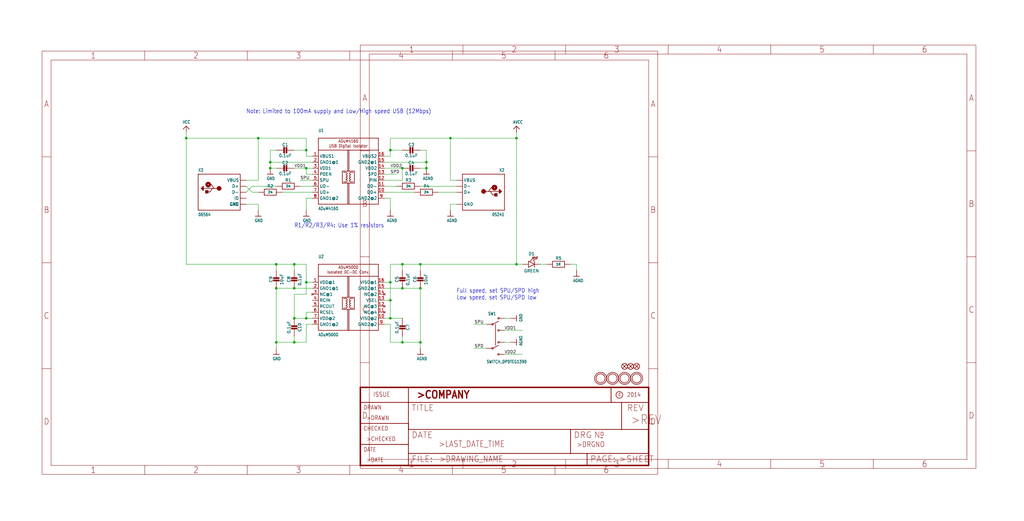
<source format=kicad_sch>
(kicad_sch (version 20211123) (generator eeschema)
  (paper "User" 433.07 220.421)
  (lib_symbols
    (symbol "eagleSchem-eagle-import:ADUM4160"
      (property "Reference" "U" (at -12.7 17.78 0))
      (property "Value" "ADUM4160" (at -12.7 -15.24 0))
      (symbol "ADUM4160_1_0"
        (arc (start -1.016 -3.302) (mid -0.6568 -3.1532) (end -0.508 -2.794) (stroke (width 0.254)))
        (arc (start -1.016 -2.286) (mid -0.6568 -2.1372) (end -0.508 -1.778) (stroke (width 0.254)))
        (arc (start -1.016 -1.27) (mid -0.6568 -1.1212) (end -0.508 -0.762) (stroke (width 0.254)))
        (arc (start -1.016 -0.254) (mid -0.6568 -0.1052) (end -0.508 0.254) (stroke (width 0.254)))
        (arc (start -0.508 -2.794) (mid -0.6568 -2.4348) (end -1.016 -2.286) (stroke (width 0.254)))
        (arc (start -0.508 -1.778) (mid -0.6568 -1.4188) (end -1.016 -1.27) (stroke (width 0.254)))
        (arc (start -0.508 -0.762) (mid -0.6568 -0.4028) (end -1.016 -0.254) (stroke (width 0.254)))
        (arc (start -0.508 0.254) (mid -0.6568 0.6132) (end -1.016 0.762) (stroke (width 0.254)))
        (polyline (pts (xy -12.7 -12.7) (xy -12.7 10.16)) (stroke (width 0.254)))
        (polyline (pts (xy -12.7 10.16) (xy -12.7 15.24)) (stroke (width 0.254)))
        (polyline (pts (xy -12.7 10.16) (xy -0.254 10.16)) (stroke (width 0.254)))
        (polyline (pts (xy -12.7 15.24) (xy 12.7 15.24)) (stroke (width 0.254)))
        (polyline (pts (xy -2.54 -3.81) (xy -2.54 1.27)) (stroke (width 0.254)))
        (polyline (pts (xy -2.54 1.27) (xy -0.254 1.27)) (stroke (width 0.254)))
        (polyline (pts (xy -2.032 0.762) (xy -1.016 0.762)) (stroke (width 0.254)))
        (polyline (pts (xy -1.016 -3.302) (xy -2.032 -3.302)) (stroke (width 0.254)))
        (polyline (pts (xy -0.254 -12.7) (xy -12.7 -12.7)) (stroke (width 0.254)))
        (polyline (pts (xy -0.254 -3.81) (xy -2.54 -3.81)) (stroke (width 0.254)))
        (polyline (pts (xy -0.254 -3.81) (xy -0.254 -12.7)) (stroke (width 0.254)))
        (polyline (pts (xy -0.254 1.27) (xy 0.254 1.27)) (stroke (width 0.254)))
        (polyline (pts (xy -0.254 10.16) (xy -0.254 1.27)) (stroke (width 0.254)))
        (polyline (pts (xy -0.254 10.16) (xy 0.254 10.16)) (stroke (width 0.254)))
        (polyline (pts (xy 0.254 -12.7) (xy -0.254 -12.7)) (stroke (width 0.254)))
        (polyline (pts (xy 0.254 -3.81) (xy -0.254 -3.81)) (stroke (width 0.254)))
        (polyline (pts (xy 0.254 -3.81) (xy 0.254 -12.7)) (stroke (width 0.254)))
        (polyline (pts (xy 0.254 1.27) (xy 2.54 1.27)) (stroke (width 0.254)))
        (polyline (pts (xy 0.254 10.16) (xy 0.254 1.27)) (stroke (width 0.254)))
        (polyline (pts (xy 0.254 10.16) (xy 12.7 10.16)) (stroke (width 0.254)))
        (polyline (pts (xy 1.016 0.762) (xy 2.032 0.762)) (stroke (width 0.254)))
        (polyline (pts (xy 2.032 -3.302) (xy 1.016 -3.302)) (stroke (width 0.254)))
        (polyline (pts (xy 2.54 -3.81) (xy 0.254 -3.81)) (stroke (width 0.254)))
        (polyline (pts (xy 2.54 1.27) (xy 2.54 -3.81)) (stroke (width 0.254)))
        (polyline (pts (xy 12.7 -12.7) (xy 0.254 -12.7)) (stroke (width 0.254)))
        (polyline (pts (xy 12.7 10.16) (xy 12.7 -12.7)) (stroke (width 0.254)))
        (polyline (pts (xy 12.7 15.24) (xy 12.7 10.16)) (stroke (width 0.254)))
        (arc (start 0.508 -2.794) (mid 0.6568 -3.1532) (end 1.016 -3.302) (stroke (width 0.254)))
        (arc (start 0.508 -1.778) (mid 0.6568 -2.1372) (end 1.016 -2.286) (stroke (width 0.254)))
        (arc (start 0.508 -0.762) (mid 0.6568 -1.1212) (end 1.016 -1.27) (stroke (width 0.254)))
        (arc (start 0.508 0.254) (mid 0.6568 -0.1052) (end 1.016 -0.254) (stroke (width 0.254)))
        (arc (start 1.016 -2.286) (mid 0.6568 -2.4348) (end 0.508 -2.794) (stroke (width 0.254)))
        (arc (start 1.016 -1.27) (mid 0.6568 -1.4188) (end 0.508 -1.778) (stroke (width 0.254)))
        (arc (start 1.016 -0.254) (mid 0.6568 -0.4028) (end 0.508 -0.762) (stroke (width 0.254)))
        (arc (start 1.016 0.762) (mid 0.6568 0.6132) (end 0.508 0.254) (stroke (width 0.254)))
        (text "ADuM4160" (at 0 13.97 0) (effects (font (size 1.27 1.0795))))
        (text "USB Digital Isolator" (at 0 11.938 0) (effects (font (size 1.27 1.0795))))
        (pin power_in line (at -15.24 7.62 0) (length 2.54) (name "VBUS1") (number "1"))
        (pin bidirectional line (at 15.24 -7.62 180) (length 2.54) (name "DD+") (number "10"))
        (pin bidirectional line (at 15.24 -5.08 180) (length 2.54) (name "DD-") (number "11"))
        (pin input line (at 15.24 -2.54 180) (length 2.54) (name "PIN") (number "12"))
        (pin input line (at 15.24 0 180) (length 2.54) (name "SPD") (number "13"))
        (pin power_in line (at 15.24 2.54 180) (length 2.54) (name "VDD2") (number "14"))
        (pin power_in line (at 15.24 5.08 180) (length 2.54) (name "GND2@1") (number "15"))
        (pin power_in line (at 15.24 7.62 180) (length 2.54) (name "VBUS2") (number "16"))
        (pin power_in line (at -15.24 5.08 0) (length 2.54) (name "GND1@1") (number "2"))
        (pin power_in line (at -15.24 2.54 0) (length 2.54) (name "VDD1") (number "3"))
        (pin input line (at -15.24 0 0) (length 2.54) (name "PDEN") (number "4"))
        (pin input line (at -15.24 -2.54 0) (length 2.54) (name "SPU") (number "5"))
        (pin bidirectional line (at -15.24 -5.08 0) (length 2.54) (name "UD-") (number "6"))
        (pin bidirectional line (at -15.24 -7.62 0) (length 2.54) (name "UD+") (number "7"))
        (pin power_in line (at -15.24 -10.16 0) (length 2.54) (name "GND1@2") (number "8"))
        (pin power_in line (at 15.24 -10.16 180) (length 2.54) (name "GND2@2") (number "9"))
      )
    )
    (symbol "eagleSchem-eagle-import:ADUM5000"
      (property "Reference" "U" (at -12.7 17.78 0))
      (property "Value" "ADUM5000" (at -12.7 -15.24 0))
      (symbol "ADUM5000_1_0"
        (arc (start -1.016 -3.302) (mid -0.6568 -3.1532) (end -0.508 -2.794) (stroke (width 0.254)))
        (arc (start -1.016 -2.286) (mid -0.6568 -2.1372) (end -0.508 -1.778) (stroke (width 0.254)))
        (arc (start -1.016 -1.27) (mid -0.6568 -1.1212) (end -0.508 -0.762) (stroke (width 0.254)))
        (arc (start -1.016 -0.254) (mid -0.6568 -0.1052) (end -0.508 0.254) (stroke (width 0.254)))
        (arc (start -0.508 -2.794) (mid -0.6568 -2.4348) (end -1.016 -2.286) (stroke (width 0.254)))
        (arc (start -0.508 -1.778) (mid -0.6568 -1.4188) (end -1.016 -1.27) (stroke (width 0.254)))
        (arc (start -0.508 -0.762) (mid -0.6568 -0.4028) (end -1.016 -0.254) (stroke (width 0.254)))
        (arc (start -0.508 0.254) (mid -0.6568 0.6132) (end -1.016 0.762) (stroke (width 0.254)))
        (polyline (pts (xy -12.7 -12.7) (xy -12.7 10.16)) (stroke (width 0.254)))
        (polyline (pts (xy -12.7 10.16) (xy -12.7 15.24)) (stroke (width 0.254)))
        (polyline (pts (xy -12.7 10.16) (xy -0.254 10.16)) (stroke (width 0.254)))
        (polyline (pts (xy -12.7 15.24) (xy 12.7 15.24)) (stroke (width 0.254)))
        (polyline (pts (xy -2.54 -3.81) (xy -2.54 1.27)) (stroke (width 0.254)))
        (polyline (pts (xy -2.54 1.27) (xy -0.254 1.27)) (stroke (width 0.254)))
        (polyline (pts (xy -2.032 0.762) (xy -1.016 0.762)) (stroke (width 0.254)))
        (polyline (pts (xy -1.016 -3.302) (xy -2.032 -3.302)) (stroke (width 0.254)))
        (polyline (pts (xy -0.254 -12.7) (xy -12.7 -12.7)) (stroke (width 0.254)))
        (polyline (pts (xy -0.254 -3.81) (xy -2.54 -3.81)) (stroke (width 0.254)))
        (polyline (pts (xy -0.254 -3.81) (xy -0.254 -12.7)) (stroke (width 0.254)))
        (polyline (pts (xy -0.254 1.27) (xy 0.254 1.27)) (stroke (width 0.254)))
        (polyline (pts (xy -0.254 10.16) (xy -0.254 1.27)) (stroke (width 0.254)))
        (polyline (pts (xy -0.254 10.16) (xy 0.254 10.16)) (stroke (width 0.254)))
        (polyline (pts (xy 0.254 -12.7) (xy -0.254 -12.7)) (stroke (width 0.254)))
        (polyline (pts (xy 0.254 -3.81) (xy -0.254 -3.81)) (stroke (width 0.254)))
        (polyline (pts (xy 0.254 -3.81) (xy 0.254 -12.7)) (stroke (width 0.254)))
        (polyline (pts (xy 0.254 1.27) (xy 2.54 1.27)) (stroke (width 0.254)))
        (polyline (pts (xy 0.254 10.16) (xy 0.254 1.27)) (stroke (width 0.254)))
        (polyline (pts (xy 0.254 10.16) (xy 12.7 10.16)) (stroke (width 0.254)))
        (polyline (pts (xy 1.016 0.762) (xy 2.032 0.762)) (stroke (width 0.254)))
        (polyline (pts (xy 2.032 -3.302) (xy 1.016 -3.302)) (stroke (width 0.254)))
        (polyline (pts (xy 2.54 -3.81) (xy 0.254 -3.81)) (stroke (width 0.254)))
        (polyline (pts (xy 2.54 1.27) (xy 2.54 -3.81)) (stroke (width 0.254)))
        (polyline (pts (xy 12.7 -12.7) (xy 0.254 -12.7)) (stroke (width 0.254)))
        (polyline (pts (xy 12.7 10.16) (xy 12.7 -12.7)) (stroke (width 0.254)))
        (polyline (pts (xy 12.7 15.24) (xy 12.7 10.16)) (stroke (width 0.254)))
        (arc (start 0.508 -2.794) (mid 0.6568 -3.1532) (end 1.016 -3.302) (stroke (width 0.254)))
        (arc (start 0.508 -1.778) (mid 0.6568 -2.1372) (end 1.016 -2.286) (stroke (width 0.254)))
        (arc (start 0.508 -0.762) (mid 0.6568 -1.1212) (end 1.016 -1.27) (stroke (width 0.254)))
        (arc (start 0.508 0.254) (mid 0.6568 -0.1052) (end 1.016 -0.254) (stroke (width 0.254)))
        (arc (start 1.016 -2.286) (mid 0.6568 -2.4348) (end 0.508 -2.794) (stroke (width 0.254)))
        (arc (start 1.016 -1.27) (mid 0.6568 -1.4188) (end 0.508 -1.778) (stroke (width 0.254)))
        (arc (start 1.016 -0.254) (mid 0.6568 -0.4028) (end 0.508 -0.762) (stroke (width 0.254)))
        (arc (start 1.016 0.762) (mid 0.6568 0.6132) (end 0.508 0.254) (stroke (width 0.254)))
        (text "ADuM5000" (at 0 13.97 0) (effects (font (size 1.27 1.0795))))
        (text "Isolated DC-DC Conv." (at 0 11.938 0) (effects (font (size 1.27 1.0795))))
        (pin power_in line (at -15.24 7.62 0) (length 2.54) (name "VDD@1") (number "1"))
        (pin bidirectional line (at 15.24 -7.62 180) (length 2.54) (name "VISO@2") (number "10"))
        (pin no_connect line (at 15.24 -5.08 180) (length 2.54) (name "NC@4") (number "11"))
        (pin no_connect line (at 15.24 -2.54 180) (length 2.54) (name "NC@3") (number "12"))
        (pin input line (at 15.24 0 180) (length 2.54) (name "VSEL") (number "13"))
        (pin no_connect line (at 15.24 2.54 180) (length 2.54) (name "NC@2") (number "14"))
        (pin power_in line (at 15.24 5.08 180) (length 2.54) (name "GND2@1") (number "15"))
        (pin power_in line (at 15.24 7.62 180) (length 2.54) (name "VISO@1") (number "16"))
        (pin power_in line (at -15.24 5.08 0) (length 2.54) (name "GND1@1") (number "2"))
        (pin no_connect line (at -15.24 2.54 0) (length 2.54) (name "NC@1") (number "3"))
        (pin input line (at -15.24 0 0) (length 2.54) (name "RCIN") (number "4"))
        (pin output line (at -15.24 -2.54 0) (length 2.54) (name "RCOUT") (number "5"))
        (pin input line (at -15.24 -5.08 0) (length 2.54) (name "RCSEL") (number "6"))
        (pin bidirectional line (at -15.24 -7.62 0) (length 2.54) (name "VDD@2") (number "7"))
        (pin power_in line (at -15.24 -10.16 0) (length 2.54) (name "GND1@2") (number "8"))
        (pin power_in line (at 15.24 -10.16 180) (length 2.54) (name "GND2@2") (number "9"))
      )
    )
    (symbol "eagleSchem-eagle-import:AGND" (power)
      (property "Value" "AGND" (at -1.524 -2.54 0))
      (symbol "AGND_1_0"
        (polyline (pts (xy -1.27 0) (xy 1.27 0)) (stroke (width 0.254)))
        (pin power_in line (at 0 2.54 270) (length 2.54) (name "AGND") (number "1"))
      )
    )
    (symbol "eagleSchem-eagle-import:AVCC" (power)
      (property "Value" "AVCC" (at -1.524 1.016 0))
      (symbol "AVCC_1_0"
        (polyline (pts (xy -1.27 -1.27) (xy 0 0)) (stroke (width 0.254)))
        (polyline (pts (xy 0 0) (xy 1.27 -1.27)) (stroke (width 0.254)))
        (pin power_in line (at 0 -2.54 90) (length 2.54) (name "AVCC") (number "1"))
      )
    )
    (symbol "eagleSchem-eagle-import:CAP_CERAMIC0805-NOOUTLINE"
      (property "Reference" "C" (at -2.29 1.25 90))
      (property "Value" "CAP_CERAMIC0805-NOOUTLINE" (at 2.3 1.25 90))
      (symbol "CAP_CERAMIC0805-NOOUTLINE_1_0"
        (rectangle (start -1.27 0.508) (end 1.27 1.016) (fill (type outline)))
        (rectangle (start -1.27 1.524) (end 1.27 2.032) (fill (type outline)))
        (polyline (pts (xy 0 0.762) (xy 0 0)) (stroke (width 0.1524)))
        (polyline (pts (xy 0 2.54) (xy 0 1.778)) (stroke (width 0.1524)))
        (pin passive line (at 0 5.08 270) (length 2.54) (name "1") (number "1"))
        (pin passive line (at 0 -2.54 90) (length 2.54) (name "2") (number "2"))
      )
    )
    (symbol "eagleSchem-eagle-import:FIDUCIAL{dblquote}{dblquote}"
      (symbol "FIDUCIAL{dblquote}{dblquote}_1_0"
        (polyline (pts (xy -0.762 0.762) (xy 0.762 -0.762)) (stroke (width 0.254)))
        (polyline (pts (xy 0.762 0.762) (xy -0.762 -0.762)) (stroke (width 0.254)))
        (circle (center 0 0) (radius 1.27) (stroke (width 0.254)))
      )
    )
    (symbol "eagleSchem-eagle-import:FRAME_A4"
      (symbol "FRAME_A4_0_0"
        (polyline (pts (xy 0 44.7675) (xy 3.81 44.7675)))
        (polyline (pts (xy 0 89.535) (xy 3.81 89.535)))
        (polyline (pts (xy 0 134.3025) (xy 3.81 134.3025)))
        (polyline (pts (xy 3.81 3.81) (xy 3.81 175.26)))
        (polyline (pts (xy 43.3917 0) (xy 43.3917 3.81)))
        (polyline (pts (xy 43.3917 175.26) (xy 43.3917 179.07)))
        (polyline (pts (xy 86.7833 0) (xy 86.7833 3.81)))
        (polyline (pts (xy 86.7833 175.26) (xy 86.7833 179.07)))
        (polyline (pts (xy 130.175 0) (xy 130.175 3.81)))
        (polyline (pts (xy 130.175 175.26) (xy 130.175 179.07)))
        (polyline (pts (xy 173.5667 0) (xy 173.5667 3.81)))
        (polyline (pts (xy 173.5667 175.26) (xy 173.5667 179.07)))
        (polyline (pts (xy 216.9583 0) (xy 216.9583 3.81)))
        (polyline (pts (xy 216.9583 175.26) (xy 216.9583 179.07)))
        (polyline (pts (xy 256.54 3.81) (xy 3.81 3.81)))
        (polyline (pts (xy 256.54 3.81) (xy 256.54 175.26)))
        (polyline (pts (xy 256.54 44.7675) (xy 260.35 44.7675)))
        (polyline (pts (xy 256.54 89.535) (xy 260.35 89.535)))
        (polyline (pts (xy 256.54 134.3025) (xy 260.35 134.3025)))
        (polyline (pts (xy 256.54 175.26) (xy 3.81 175.26)))
        (polyline (pts (xy 0 0) (xy 260.35 0) (xy 260.35 179.07) (xy 0 179.07) (xy 0 0)))
        (text "1" (at 21.6958 1.905 0) (effects (font (size 2.54 2.286))))
        (text "1" (at 21.6958 177.165 0) (effects (font (size 2.54 2.286))))
        (text "2" (at 65.0875 1.905 0) (effects (font (size 2.54 2.286))))
        (text "2" (at 65.0875 177.165 0) (effects (font (size 2.54 2.286))))
        (text "3" (at 108.4792 1.905 0) (effects (font (size 2.54 2.286))))
        (text "3" (at 108.4792 177.165 0) (effects (font (size 2.54 2.286))))
        (text "4" (at 151.8708 1.905 0) (effects (font (size 2.54 2.286))))
        (text "4" (at 151.8708 177.165 0) (effects (font (size 2.54 2.286))))
        (text "5" (at 195.2625 1.905 0) (effects (font (size 2.54 2.286))))
        (text "5" (at 195.2625 177.165 0) (effects (font (size 2.54 2.286))))
        (text "6" (at 238.6542 1.905 0) (effects (font (size 2.54 2.286))))
        (text "6" (at 238.6542 177.165 0) (effects (font (size 2.54 2.286))))
        (text "A" (at 1.905 156.6863 0) (effects (font (size 2.54 2.286))))
        (text "A" (at 258.445 156.6863 0) (effects (font (size 2.54 2.286))))
        (text "B" (at 1.905 111.9188 0) (effects (font (size 2.54 2.286))))
        (text "B" (at 258.445 111.9188 0) (effects (font (size 2.54 2.286))))
        (text "C" (at 1.905 67.1513 0) (effects (font (size 2.54 2.286))))
        (text "C" (at 258.445 67.1513 0) (effects (font (size 2.54 2.286))))
        (text "D" (at 1.905 22.3838 0) (effects (font (size 2.54 2.286))))
        (text "D" (at 258.445 22.3838 0) (effects (font (size 2.54 2.286))))
      )
      (symbol "FRAME_A4_1_0"
        (polyline (pts (xy 256.54 3.81) (xy 256.54 8.89)) (stroke (width 0.1016)))
        (polyline (pts (xy 256.54 8.89) (xy 256.54 13.97)) (stroke (width 0.1016)))
        (polyline (pts (xy 256.54 13.97) (xy 256.54 19.05)) (stroke (width 0.1016)))
        (polyline (pts (xy 256.54 19.05) (xy 256.54 36.83)) (stroke (width 0.1016)))
      )
      (symbol "FRAME_A4_2_0"
        (polyline (pts (xy 0 1.27) (xy 20.32 1.27)) (stroke (width 0.6096)))
        (polyline (pts (xy 0 10.16) (xy 0 1.27)) (stroke (width 0.6096)))
        (polyline (pts (xy 0 10.16) (xy 20.32 10.16)) (stroke (width 0.3048)))
        (polyline (pts (xy 0 19.05) (xy 0 10.16)) (stroke (width 0.6096)))
        (polyline (pts (xy 0 19.05) (xy 20.32 19.05)) (stroke (width 0.3048)))
        (polyline (pts (xy 0 27.94) (xy 0 19.05)) (stroke (width 0.6096)))
        (polyline (pts (xy 0 27.94) (xy 20.32 27.94)) (stroke (width 0.3048)))
        (polyline (pts (xy 0 34.29) (xy 0 27.94)) (stroke (width 0.6096)))
        (polyline (pts (xy 20.32 1.27) (xy 20.32 6.35)) (stroke (width 0.3048)))
        (polyline (pts (xy 20.32 1.27) (xy 95.885 1.27)) (stroke (width 0.6096)))
        (polyline (pts (xy 20.32 6.35) (xy 20.32 10.16)) (stroke (width 0.3048)))
        (polyline (pts (xy 20.32 6.35) (xy 88.9 6.35)) (stroke (width 0.3048)))
        (polyline (pts (xy 20.32 10.16) (xy 20.32 19.05)) (stroke (width 0.3048)))
        (polyline (pts (xy 20.32 16.51) (xy 20.32 19.05)) (stroke (width 0.3048)))
        (polyline (pts (xy 20.32 19.05) (xy 20.32 27.94)) (stroke (width 0.3048)))
        (polyline (pts (xy 20.32 27.94) (xy 20.32 34.29)) (stroke (width 0.3048)))
        (polyline (pts (xy 20.32 27.94) (xy 65.0875 27.94)) (stroke (width 0.3048)))
        (polyline (pts (xy 20.32 34.29) (xy 0 34.29)) (stroke (width 0.6096)))
        (polyline (pts (xy 65.0875 27.94) (xy 106.045 27.94)) (stroke (width 0.3048)))
        (polyline (pts (xy 65.0875 34.29) (xy 20.32 34.29)) (stroke (width 0.6096)))
        (polyline (pts (xy 88.9 6.35) (xy 95.885 6.35)) (stroke (width 0.3048)))
        (polyline (pts (xy 88.9 16.51) (xy 20.32 16.51)) (stroke (width 0.3048)))
        (polyline (pts (xy 88.9 16.51) (xy 88.9 6.35)) (stroke (width 0.3048)))
        (polyline (pts (xy 95.885 1.27) (xy 121.92 1.27)) (stroke (width 0.6096)))
        (polyline (pts (xy 95.885 6.35) (xy 95.885 1.27)) (stroke (width 0.3048)))
        (polyline (pts (xy 95.885 6.35) (xy 121.92 6.35)) (stroke (width 0.3048)))
        (polyline (pts (xy 101.6 13.0175) (xy 102.5525 13.0175)) (stroke (width 0.254)))
        (polyline (pts (xy 106.045 27.94) (xy 106.045 34.29)) (stroke (width 0.3048)))
        (polyline (pts (xy 106.045 27.94) (xy 110.49 27.94)) (stroke (width 0.3048)))
        (polyline (pts (xy 106.045 34.29) (xy 65.0875 34.29)) (stroke (width 0.6096)))
        (polyline (pts (xy 110.49 16.51) (xy 88.9 16.51)) (stroke (width 0.3048)))
        (polyline (pts (xy 110.49 27.94) (xy 110.49 16.51)) (stroke (width 0.3048)))
        (polyline (pts (xy 110.49 27.94) (xy 113.03 27.94)) (stroke (width 0.3048)))
        (polyline (pts (xy 113.03 27.94) (xy 121.92 27.94)) (stroke (width 0.3048)))
        (polyline (pts (xy 113.03 34.29) (xy 106.045 34.29)) (stroke (width 0.6096)))
        (polyline (pts (xy 121.92 6.35) (xy 121.92 1.27)) (stroke (width 0.6096)))
        (polyline (pts (xy 121.92 16.51) (xy 110.49 16.51)) (stroke (width 0.3048)))
        (polyline (pts (xy 121.92 16.51) (xy 121.92 6.35)) (stroke (width 0.6096)))
        (polyline (pts (xy 121.92 27.94) (xy 121.92 16.51)) (stroke (width 0.6096)))
        (polyline (pts (xy 121.92 34.29) (xy 113.03 34.29)) (stroke (width 0.6096)))
        (polyline (pts (xy 121.92 34.29) (xy 121.92 27.94)) (stroke (width 0.6096)))
        (circle (center 109.5375 31.115) (radius 1.4199) (stroke (width 0.254)))
        (text "2014" (at 112.7125 30.1625 0) (effects (font (size 1.778 1.5113)) (justify left bottom)))
        (text ">CHECKED" (at 2.54 11.43 0) (effects (font (size 1.778 1.5113)) (justify left bottom)))
        (text ">COMPANY" (at 23.6538 29.3687 0) (effects (font (size 3.175 2.6987) (thickness 0.5397) bold) (justify left bottom)))
        (text ">DATE" (at 2.54 2.54 0) (effects (font (size 1.778 1.5113)) (justify left bottom)))
        (text ">DRAWING_NAME" (at 33.3375 2.54 0) (effects (font (size 2.54 2.159)) (justify left bottom)))
        (text ">DRAWN" (at 2.54 20.32 0) (effects (font (size 1.778 1.5113)) (justify left bottom)))
        (text ">DRGNO" (at 91.44 8.89 0) (effects (font (size 2.1844 1.8567)) (justify left bottom)))
        (text ">LAST_DATE_TIME" (at 33.02 8.89 0) (effects (font (size 2.54 2.159)) (justify left bottom)))
        (text ">REV" (at 114.3 18.415 0) (effects (font (size 3.81 3.2385)) (justify left bottom)))
        (text ">SHEET" (at 109.22 2.54 0) (effects (font (size 2.54 2.54)) (justify left bottom)))
        (text "C" (at 109.0612 30.48 0) (effects (font (size 1.27 1.0795)) (justify left bottom)))
        (text "CHECKED" (at 1.27 15.875 0) (effects (font (size 1.778 1.5113)) (justify left bottom)))
        (text "DATE" (at 1.27 6.985 0) (effects (font (size 1.778 1.5113)) (justify left bottom)))
        (text "DATE" (at 21.59 12.7 0) (effects (font (size 2.54 2.54)) (justify left bottom)))
        (text "DRAWN" (at 1.27 24.765 0) (effects (font (size 1.778 1.5113)) (justify left bottom)))
        (text "DRG" (at 90.17 12.7 0) (effects (font (size 2.54 2.54)) (justify left bottom)))
        (text "FILE:" (at 21.59 2.54 0) (effects (font (size 2.54 2.54)) (justify left bottom)))
        (text "ISSUE" (at 5.3975 30.1625 0) (effects (font (size 1.9304 1.6408)) (justify left bottom)))
        (text "N" (at 98.7425 12.7 0) (effects (font (size 2.54 2.54)) (justify left bottom)))
        (text "o" (at 101.2825 13.6525 0) (effects (font (size 2.1844 1.8567)) (justify left bottom)))
        (text "PAGE:" (at 97.155 2.54 0) (effects (font (size 2.54 2.54)) (justify left bottom)))
        (text "REV" (at 112.7125 24.13 0) (effects (font (size 2.54 2.54)) (justify left bottom)))
        (text "TITLE" (at 21.59 24.13 0) (effects (font (size 2.54 2.54)) (justify left bottom)))
      )
    )
    (symbol "eagleSchem-eagle-import:GND" (power)
      (property "Value" "GND" (at -1.524 -2.54 0))
      (symbol "GND_1_0"
        (polyline (pts (xy -1.27 0) (xy 1.27 0)) (stroke (width 0.254)))
        (pin power_in line (at 0 2.54 270) (length 2.54) (name "GND") (number "1"))
      )
    )
    (symbol "eagleSchem-eagle-import:LED0805_NOOUTLINE"
      (property "Reference" "D" (at -1.27 4.445 0))
      (property "Value" "LED0805_NOOUTLINE" (at -1.27 -2.794 0))
      (symbol "LED0805_NOOUTLINE_1_0"
        (polyline (pts (xy -2.54 -1.27) (xy 0 0)) (stroke (width 0.254)))
        (polyline (pts (xy -2.54 1.27) (xy -2.54 -1.27)) (stroke (width 0.254)))
        (polyline (pts (xy -1.905 1.27) (xy -0.635 2.54)) (stroke (width 0.254)))
        (polyline (pts (xy -0.9525 2.8575) (xy -0.3175 2.2225)) (stroke (width 0.254)))
        (polyline (pts (xy -0.635 1.27) (xy 0.635 2.54)) (stroke (width 0.254)))
        (polyline (pts (xy -0.3175 2.2225) (xy 0 3.175)) (stroke (width 0.254)))
        (polyline (pts (xy 0 0) (xy -2.54 1.27)) (stroke (width 0.254)))
        (polyline (pts (xy 0 0) (xy 0 -1.27)) (stroke (width 0.254)))
        (polyline (pts (xy 0 1.27) (xy 0 0)) (stroke (width 0.254)))
        (polyline (pts (xy 0 3.175) (xy -0.9525 2.8575)) (stroke (width 0.254)))
        (polyline (pts (xy 0.3175 2.8575) (xy 0.9525 2.2225)) (stroke (width 0.254)))
        (polyline (pts (xy 0.9525 2.2225) (xy 1.27 3.175)) (stroke (width 0.254)))
        (polyline (pts (xy 1.27 3.175) (xy 0.3175 2.8575)) (stroke (width 0.254)))
        (pin passive line (at -5.08 0 0) (length 2.54) (name "A") (number "A"))
        (pin passive line (at 2.54 0 180) (length 2.54) (name "C") (number "C"))
      )
    )
    (symbol "eagleSchem-eagle-import:MOUNTINGHOLE2.5_THICK"
      (symbol "MOUNTINGHOLE2.5_THICK_1_0"
        (circle (center 0 0) (radius 1.905) (stroke (width 0.254)))
        (circle (center 0 0) (radius 2.54) (stroke (width 0.254)))
      )
    )
    (symbol "eagleSchem-eagle-import:RESISTOR0805_NOOUTLINE"
      (property "Reference" "R" (at 0 2.54 0))
      (property "Value" "RESISTOR0805_NOOUTLINE" (at 0 0 0))
      (symbol "RESISTOR0805_NOOUTLINE_1_0"
        (polyline (pts (xy -2.54 -1.27) (xy -2.54 1.27)) (stroke (width 0.254)))
        (polyline (pts (xy -2.54 1.27) (xy 2.54 1.27)) (stroke (width 0.254)))
        (polyline (pts (xy 2.54 -1.27) (xy -2.54 -1.27)) (stroke (width 0.254)))
        (polyline (pts (xy 2.54 1.27) (xy 2.54 -1.27)) (stroke (width 0.254)))
        (pin passive line (at -5.08 0 0) (length 2.54) (name "1") (number "1"))
        (pin passive line (at 5.08 0 180) (length 2.54) (name "2") (number "2"))
      )
    )
    (symbol "eagleSchem-eagle-import:RESISTOR_0805MP"
      (property "Reference" "R" (at 0 2.54 0))
      (property "Value" "RESISTOR_0805MP" (at 0 0 0))
      (symbol "RESISTOR_0805MP_1_0"
        (polyline (pts (xy -2.54 -1.27) (xy -2.54 1.27)) (stroke (width 0.254)))
        (polyline (pts (xy -2.54 1.27) (xy 2.54 1.27)) (stroke (width 0.254)))
        (polyline (pts (xy 2.54 -1.27) (xy -2.54 -1.27)) (stroke (width 0.254)))
        (polyline (pts (xy 2.54 1.27) (xy 2.54 -1.27)) (stroke (width 0.254)))
        (pin passive line (at -5.08 0 0) (length 2.54) (name "1") (number "1"))
        (pin passive line (at 5.08 0 180) (length 2.54) (name "2") (number "2"))
      )
    )
    (symbol "eagleSchem-eagle-import:SWITCH_DPDTEG1390"
      (property "Reference" "SW" (at -4.445 8.89 0))
      (property "Value" "SWITCH_DPDTEG1390" (at -5.08 -11.43 0))
      (symbol "SWITCH_DPDTEG1390_1_0"
        (circle (center -2.54 -5.08) (radius 0.3592) (stroke (width 0.2032)))
        (circle (center -2.54 5.08) (radius 0.3592) (stroke (width 0.2032)))
        (circle (center 0 -7.62) (radius 0.3592) (stroke (width 0.2032)))
        (circle (center 0 -2.54) (radius 0.3592) (stroke (width 0.2032)))
        (polyline (pts (xy -2.54 -5.08) (xy 0 -3.81)) (stroke (width 0.254)))
        (polyline (pts (xy -2.54 5.08) (xy 0 6.35)) (stroke (width 0.254)))
        (polyline (pts (xy -1.27 5.08) (xy -1.27 -3.81)) (stroke (width 0.254)))
        (polyline (pts (xy 0 -7.62) (xy 0.635 -7.62)) (stroke (width 0.127)))
        (polyline (pts (xy 0 -2.54) (xy 0.635 -2.54)) (stroke (width 0.1524)))
        (polyline (pts (xy 0 2.54) (xy 0.635 2.54)) (stroke (width 0.127)))
        (polyline (pts (xy 0 7.62) (xy 0.635 7.62)) (stroke (width 0.1524)))
        (circle (center 0 2.54) (radius 0.3592) (stroke (width 0.2032)))
        (circle (center 0 7.62) (radius 0.3592) (stroke (width 0.2032)))
        (pin passive line (at 2.54 7.62 180) (length 2.54) (name "O1") (number "O1"))
        (pin passive line (at 2.54 -2.54 180) (length 2.54) (name "O2") (number "O2"))
        (pin passive line (at -5.08 5.08 0) (length 2.54) (name "P1") (number "P1"))
        (pin passive line (at -5.08 -5.08 0) (length 2.54) (name "P2") (number "P2"))
        (pin passive line (at 2.54 2.54 180) (length 2.54) (name "S1") (number "S1"))
        (pin passive line (at 2.54 -7.62 180) (length 2.54) (name "S2") (number "S2"))
      )
    )
    (symbol "eagleSchem-eagle-import:USBMINIBLARGE"
      (property "Reference" "X" (at -10.16 8.636 0))
      (property "Value" "USBMINIBLARGE" (at -10.16 -10.16 0))
      (symbol "USBMINIBLARGE_1_0"
        (rectangle (start -7.12 -0.45) (end -5.92 0.75) (fill (type outline)))
        (circle (center -5.92 3.2) (radius 0.2) (stroke (width 1)))
        (circle (center -1.32 1.6) (radius 0.5) (stroke (width 1)))
        (polyline (pts (xy -10.2 7.62) (xy -10.16 7.62)) (stroke (width 0.254)))
        (polyline (pts (xy -10.16 -7.62) (xy 7.62 -7.62)) (stroke (width 0.254)))
        (polyline (pts (xy -10.16 7.62) (xy -10.16 -7.62)) (stroke (width 0.254)))
        (polyline (pts (xy -10.16 7.62) (xy 7.62 7.62)) (stroke (width 0.254)))
        (polyline (pts (xy -8.92 1.6) (xy -8.12 2.4)) (stroke (width 0.254)))
        (polyline (pts (xy -8.52 1.4) (xy -8.32 1.2)) (stroke (width 0.254)))
        (polyline (pts (xy -8.52 1.6) (xy -8.52 1.4)) (stroke (width 0.254)))
        (polyline (pts (xy -8.32 1.2) (xy -8.32 2)) (stroke (width 0.254)))
        (polyline (pts (xy -8.32 2) (xy -8.72 1.6)) (stroke (width 0.254)))
        (polyline (pts (xy -8.12 0.8) (xy -8.92 1.6)) (stroke (width 0.254)))
        (polyline (pts (xy -8.12 1) (xy -8.12 2.4)) (stroke (width 0.254)))
        (polyline (pts (xy -8.12 2.4) (xy -7.92 2.4)) (stroke (width 0.254)))
        (polyline (pts (xy -7.92 0.8) (xy -8.12 0.8)) (stroke (width 0.254)))
        (polyline (pts (xy -7.92 1.6) (xy -7.92 0.8)) (stroke (width 0.254)))
        (polyline (pts (xy -7.92 2.4) (xy -7.92 1.6)) (stroke (width 0.254)))
        (polyline (pts (xy -6.27 0.15) (xy -5.07 0.15)) (stroke (width 0.254)))
        (polyline (pts (xy -5.52 3.2) (xy -4.52 3.2)) (stroke (width 0.254)))
        (polyline (pts (xy -5.07 0.15) (xy -4.22 1.6)) (stroke (width 0.254)))
        (polyline (pts (xy -4.52 3.2) (xy -3.47 1.6)) (stroke (width 0.254)))
        (polyline (pts (xy -4.22 1.6) (xy -7.92 1.6)) (stroke (width 0.254)))
        (polyline (pts (xy -3.47 1.6) (xy -4.22 1.6)) (stroke (width 0.254)))
        (polyline (pts (xy -1.32 1.6) (xy -3.47 1.6)) (stroke (width 0.254)))
        (polyline (pts (xy 7.62 7.62) (xy 7.62 -7.62)) (stroke (width 0.254)))
        (pin bidirectional line (at 10.16 2.54 180) (length 2.54) (name "D+") (number "D+"))
        (pin bidirectional line (at 10.16 0 180) (length 2.54) (name "D-") (number "D-"))
        (pin power_in line (at 10.16 -5.08 180) (length 2.54) (name "GND") (number "GND"))
        (pin power_in line (at 10.16 -5.08 180) (length 2.54) (name "GND") (number "GND1"))
        (pin power_in line (at 10.16 -5.08 180) (length 2.54) (name "GND") (number "GND2"))
        (pin power_in line (at 10.16 -5.08 180) (length 2.54) (name "GND") (number "GND3"))
        (pin power_in line (at 10.16 -5.08 180) (length 2.54) (name "GND") (number "GND4"))
        (pin bidirectional line (at 10.16 -2.54 180) (length 2.54) (name "ID") (number "ID"))
        (pin power_in line (at 10.16 5.08 180) (length 2.54) (name "VBUS") (number "VBUS"))
      )
    )
    (symbol "eagleSchem-eagle-import:USB_TYPEAPTHFML"
      (property "Reference" "X" (at -10.16 8.636 0))
      (property "Value" "USB_TYPEAPTHFML" (at -10.16 -10.16 0))
      (symbol "USB_TYPEAPTHFML_1_0"
        (rectangle (start -7.12 -1.72) (end -5.92 -0.52) (fill (type outline)))
        (circle (center -5.92 1.93) (radius 0.2) (stroke (width 1)))
        (circle (center -1.32 0.33) (radius 0.5) (stroke (width 1)))
        (polyline (pts (xy -10.2 7.62) (xy -10.16 7.62)) (stroke (width 0.254)))
        (polyline (pts (xy -10.16 -7.62) (xy 7.62 -7.62)) (stroke (width 0.254)))
        (polyline (pts (xy -10.16 7.62) (xy -10.16 -7.62)) (stroke (width 0.254)))
        (polyline (pts (xy -10.16 7.62) (xy 7.62 7.62)) (stroke (width 0.254)))
        (polyline (pts (xy -8.92 0.33) (xy -8.12 1.13)) (stroke (width 0.254)))
        (polyline (pts (xy -8.52 0.13) (xy -8.32 -0.07)) (stroke (width 0.254)))
        (polyline (pts (xy -8.52 0.33) (xy -8.52 0.13)) (stroke (width 0.254)))
        (polyline (pts (xy -8.32 -0.07) (xy -8.32 0.73)) (stroke (width 0.254)))
        (polyline (pts (xy -8.32 0.73) (xy -8.72 0.33)) (stroke (width 0.254)))
        (polyline (pts (xy -8.12 -0.47) (xy -8.92 0.33)) (stroke (width 0.254)))
        (polyline (pts (xy -8.12 -0.27) (xy -8.12 1.13)) (stroke (width 0.254)))
        (polyline (pts (xy -8.12 1.13) (xy -7.92 1.13)) (stroke (width 0.254)))
        (polyline (pts (xy -7.92 -0.47) (xy -8.12 -0.47)) (stroke (width 0.254)))
        (polyline (pts (xy -7.92 0.33) (xy -7.92 -0.47)) (stroke (width 0.254)))
        (polyline (pts (xy -7.92 1.13) (xy -7.92 0.33)) (stroke (width 0.254)))
        (polyline (pts (xy -6.27 -1.12) (xy -5.07 -1.12)) (stroke (width 0.254)))
        (polyline (pts (xy -5.52 1.93) (xy -4.52 1.93)) (stroke (width 0.254)))
        (polyline (pts (xy -5.07 -1.12) (xy -4.22 0.33)) (stroke (width 0.254)))
        (polyline (pts (xy -4.52 1.93) (xy -3.47 0.33)) (stroke (width 0.254)))
        (polyline (pts (xy -4.22 0.33) (xy -7.92 0.33)) (stroke (width 0.254)))
        (polyline (pts (xy -3.47 0.33) (xy -4.22 0.33)) (stroke (width 0.254)))
        (polyline (pts (xy -1.32 0.33) (xy -3.47 0.33)) (stroke (width 0.254)))
        (polyline (pts (xy 7.62 7.62) (xy 7.62 -7.62)) (stroke (width 0.254)))
        (pin bidirectional line (at 10.16 0 180) (length 2.54) (name "D+") (number "D+"))
        (pin bidirectional line (at 10.16 2.54 180) (length 2.54) (name "D-") (number "D-"))
        (pin power_in line (at 10.16 -5.08 180) (length 2.54) (name "GND") (number "GND"))
        (pin power_in line (at 10.16 5.08 180) (length 2.54) (name "VBUS") (number "VBUS"))
      )
    )
    (symbol "eagleSchem-eagle-import:VCC" (power)
      (property "Value" "VCC" (at -1.524 1.016 0))
      (symbol "VCC_1_0"
        (polyline (pts (xy -1.27 -1.27) (xy 0 0)) (stroke (width 0.254)))
        (polyline (pts (xy 0 0) (xy 1.27 -1.27)) (stroke (width 0.254)))
        (pin power_in line (at 0 -2.54 90) (length 2.54) (name "VCC") (number "1"))
      )
    )
  )
  (junction (at 165.1 63.5))
  (junction (at 165.1 134.62))
  (junction (at 190.5 58.42))
  (junction (at 177.8 121.92))
  (junction (at 78.74 58.42))
  (junction (at 116.84 111.76))
  (junction (at 129.54 119.38))
  (junction (at 116.84 121.92))
  (junction (at 129.54 134.62))
  (junction (at 218.44 111.76))
  (junction (at 165.1 127))
  (junction (at 124.46 111.76))
  (junction (at 114.3 71.12))
  (junction (at 124.46 121.92))
  (junction (at 129.54 71.12))
  (junction (at 170.18 144.78))
  (junction (at 124.46 134.62))
  (junction (at 218.44 58.42))
  (junction (at 180.34 71.12))
  (junction (at 109.22 58.42))
  (junction (at 170.18 111.76))
  (junction (at 129.54 63.5))
  (junction (at 116.84 144.78))
  (junction (at 180.34 68.58))
  (junction (at 165.1 119.38))
  (junction (at 124.46 144.78))
  (junction (at 177.8 144.78))
  (junction (at 114.3 68.58))
  (junction (at 170.18 71.12))
  (junction (at 177.8 111.76))
  (junction (at 170.18 121.92))
  (wire (pts (xy 132.08 121.92) (xy 124.46 121.92)))
  (wire (pts (xy 124.46 63.5) (xy 129.54 63.5)))
  (wire (pts (xy 129.54 83.82) (xy 129.54 88.9)))
  (wire (pts (xy 205.74 137.16) (xy 200.66 137.16)))
  (wire (pts (xy 213.36 149.86) (xy 220.98 149.86)))
  (wire (pts (xy 124.46 124.46) (xy 129.54 124.46)))
  (wire (pts (xy 165.1 63.5) (xy 165.1 58.42)))
  (wire (pts (xy 116.84 78.74) (xy 106.68 78.74)))
  (wire (pts (xy 220.98 139.7) (xy 213.36 139.7)))
  (wire (pts (xy 104.14 81.28) (xy 106.68 78.74)))
  (wire (pts (xy 124.46 142.24) (xy 124.46 144.78)))
  (wire (pts (xy 162.56 73.66) (xy 167.64 73.66)))
  (wire (pts (xy 177.8 111.76) (xy 177.8 114.3)))
  (wire (pts (xy 116.84 144.78) (xy 116.84 147.32)))
  (wire (pts (xy 193.04 78.74) (xy 177.8 78.74)))
  (wire (pts (xy 165.1 111.76) (xy 170.18 111.76)))
  (wire (pts (xy 116.84 71.12) (xy 114.3 71.12)))
  (wire (pts (xy 165.1 83.82) (xy 165.1 88.9)))
  (wire (pts (xy 114.3 71.12) (xy 114.3 68.58)))
  (wire (pts (xy 78.74 111.76) (xy 78.74 58.42)))
  (wire (pts (xy 185.42 81.28) (xy 193.04 81.28)))
  (wire (pts (xy 165.1 63.5) (xy 170.18 63.5)))
  (wire (pts (xy 218.44 55.88) (xy 218.44 58.42)))
  (wire (pts (xy 213.36 134.62) (xy 215.9 134.62)))
  (wire (pts (xy 177.8 121.92) (xy 177.8 144.78)))
  (wire (pts (xy 119.38 81.28) (xy 132.08 81.28)))
  (wire (pts (xy 170.18 142.24) (xy 170.18 144.78)))
  (wire (pts (xy 132.08 73.66) (xy 129.54 73.66)))
  (wire (pts (xy 170.18 76.2) (xy 170.18 71.12)))
  (wire (pts (xy 162.56 71.12) (xy 170.18 71.12)))
  (wire (pts (xy 129.54 134.62) (xy 124.46 134.62)))
  (wire (pts (xy 116.84 121.92) (xy 116.84 144.78)))
  (wire (pts (xy 78.74 58.42) (xy 109.22 58.42)))
  (wire (pts (xy 129.54 119.38) (xy 129.54 111.76)))
  (wire (pts (xy 162.56 121.92) (xy 170.18 121.92)))
  (wire (pts (xy 109.22 76.2) (xy 109.22 58.42)))
  (wire (pts (xy 116.84 111.76) (xy 116.84 114.3)))
  (wire (pts (xy 129.54 111.76) (xy 124.46 111.76)))
  (wire (pts (xy 193.04 86.36) (xy 190.5 86.36)))
  (wire (pts (xy 129.54 63.5) (xy 129.54 58.42)))
  (wire (pts (xy 190.5 76.2) (xy 193.04 76.2)))
  (wire (pts (xy 132.08 76.2) (xy 127 76.2)))
  (wire (pts (xy 177.8 63.5) (xy 180.34 63.5)))
  (wire (pts (xy 165.1 137.16) (xy 165.1 144.78)))
  (wire (pts (xy 165.1 66.04) (xy 165.1 63.5)))
  (wire (pts (xy 162.56 66.04) (xy 165.1 66.04)))
  (wire (pts (xy 129.54 71.12) (xy 124.46 71.12)))
  (wire (pts (xy 124.46 121.92) (xy 116.84 121.92)))
  (wire (pts (xy 132.08 78.74) (xy 127 78.74)))
  (wire (pts (xy 124.46 114.3) (xy 124.46 111.76)))
  (wire (pts (xy 162.56 137.16) (xy 165.1 137.16)))
  (wire (pts (xy 165.1 58.42) (xy 190.5 58.42)))
  (wire (pts (xy 162.56 76.2) (xy 170.18 76.2)))
  (wire (pts (xy 116.84 63.5) (xy 114.3 63.5)))
  (wire (pts (xy 104.14 86.36) (xy 109.22 86.36)))
  (wire (pts (xy 162.56 83.82) (xy 165.1 83.82)))
  (wire (pts (xy 162.56 127) (xy 165.1 127)))
  (wire (pts (xy 162.56 68.58) (xy 180.34 68.58)))
  (wire (pts (xy 124.46 134.62) (xy 124.46 124.46)))
  (wire (pts (xy 109.22 86.36) (xy 109.22 88.9)))
  (wire (pts (xy 132.08 137.16) (xy 129.54 137.16)))
  (wire (pts (xy 228.6 111.76) (xy 231.14 111.76)))
  (wire (pts (xy 177.8 71.12) (xy 180.34 71.12)))
  (wire (pts (xy 177.8 144.78) (xy 177.8 147.32)))
  (wire (pts (xy 124.46 111.76) (xy 116.84 111.76)))
  (wire (pts (xy 132.08 134.62) (xy 129.54 134.62)))
  (wire (pts (xy 165.1 127) (xy 165.1 119.38)))
  (wire (pts (xy 129.54 66.04) (xy 132.08 66.04)))
  (wire (pts (xy 162.56 81.28) (xy 175.26 81.28)))
  (wire (pts (xy 132.08 83.82) (xy 129.54 83.82)))
  (wire (pts (xy 162.56 134.62) (xy 165.1 134.62)))
  (wire (pts (xy 180.34 63.5) (xy 180.34 68.58)))
  (wire (pts (xy 114.3 63.5) (xy 114.3 68.58)))
  (wire (pts (xy 165.1 119.38) (xy 165.1 111.76)))
  (wire (pts (xy 104.14 76.2) (xy 109.22 76.2)))
  (wire (pts (xy 129.54 63.5) (xy 129.54 66.04)))
  (wire (pts (xy 129.54 58.42) (xy 109.22 58.42)))
  (wire (pts (xy 116.84 111.76) (xy 78.74 111.76)))
  (wire (pts (xy 78.74 55.88) (xy 78.74 58.42)))
  (wire (pts (xy 190.5 58.42) (xy 190.5 76.2)))
  (wire (pts (xy 213.36 144.78) (xy 215.9 144.78)))
  (wire (pts (xy 190.5 86.36) (xy 190.5 88.9)))
  (wire (pts (xy 167.64 78.74) (xy 162.56 78.74)))
  (wire (pts (xy 170.18 111.76) (xy 177.8 111.76)))
  (wire (pts (xy 200.66 147.32) (xy 205.74 147.32)))
  (wire (pts (xy 180.34 68.58) (xy 180.34 71.12)))
  (wire (pts (xy 177.8 111.76) (xy 218.44 111.76)))
  (wire (pts (xy 129.54 137.16) (xy 129.54 144.78)))
  (wire (pts (xy 165.1 144.78) (xy 170.18 144.78)))
  (wire (pts (xy 124.46 144.78) (xy 116.84 144.78)))
  (wire (pts (xy 162.56 119.38) (xy 165.1 119.38)))
  (wire (pts (xy 170.18 121.92) (xy 177.8 121.92)))
  (wire (pts (xy 104.14 78.74) (xy 106.68 81.28)))
  (wire (pts (xy 170.18 144.78) (xy 177.8 144.78)))
  (wire (pts (xy 129.54 73.66) (xy 129.54 71.12)))
  (wire (pts (xy 132.08 71.12) (xy 129.54 71.12)))
  (wire (pts (xy 132.08 68.58) (xy 114.3 68.58)))
  (wire (pts (xy 165.1 134.62) (xy 170.18 134.62)))
  (wire (pts (xy 109.22 81.28) (xy 106.68 81.28)))
  (wire (pts (xy 129.54 124.46) (xy 129.54 119.38)))
  (wire (pts (xy 129.54 144.78) (xy 124.46 144.78)))
  (wire (pts (xy 243.84 111.76) (xy 243.84 114.3)))
  (wire (pts (xy 218.44 58.42) (xy 190.5 58.42)))
  (wire (pts (xy 218.44 111.76) (xy 220.98 111.76)))
  (wire (pts (xy 218.44 111.76) (xy 218.44 58.42)))
  (wire (pts (xy 132.08 132.08) (xy 129.54 132.08)))
  (wire (pts (xy 241.3 111.76) (xy 243.84 111.76)))
  (wire (pts (xy 129.54 132.08) (xy 129.54 134.62)))
  (wire (pts (xy 165.1 134.62) (xy 165.1 127)))
  (wire (pts (xy 170.18 114.3) (xy 170.18 111.76)))
  (wire (pts (xy 132.08 119.38) (xy 129.54 119.38)))
  (text "Full speed, set SPU/SPD high\nLow speed, set SPU/SPD low" (at 193.04 127 0) (effects (font (size 1.778 1.5113)) (justify left bottom)))
  (text "Note: Limited to 100mA supply and Low/High speed USB (12Mbps)" (at 104.14 48.26 0) (effects (font (size 1.778 1.5113)) (justify left bottom)))
  (text "R1/R2/R3/R4: Use 1% resistors" (at 124.46 96.52 180) (effects (font (size 1.778 1.5113)) (justify left bottom)))
  (label "SPU" (at 200.66 137.16 0) (effects (font (size 1.2446 1.2446))))
  (label "SPD" (at 200.66 147.32 0) (effects (font (size 1.2446 1.2446))))
  (label "SPD" (at 165.1 73.66 0) (effects (font (size 1.2446 1.2446))))
  (label "VDD1" (at 213.36 139.7 0) (effects (font (size 1.2446 1.2446))))
  (label "VDD1" (at 124.46 71.12 0) (effects (font (size 1.2446 1.2446))))
  (label "VDD2" (at 213.36 149.86 0) (effects (font (size 1.2446 1.2446))))
  (label "SPU" (at 127 76.2 0) (effects (font (size 1.2446 1.2446))))
  (label "VDD2" (at 165.1 71.12 0) (effects (font (size 1.2446 1.2446))))
  (symbol (lib_id "eagleSchem-eagle-import:CAP_CERAMIC0805-NOOUTLINE") (at 124.46 119.38 0) (unit 1)
    (property "Reference" "C8" (at 122.17 118.13 90))
    (property "Value" "0.1uF" (at 126.76 118.13 90))
    (property "Footprint" "eagleSchem:0805-NO" (effects hide))
  )
  (symbol (lib_id "eagleSchem-eagle-import:CAP_CERAMIC0805-NOOUTLINE") (at 119.38 71.12 270) (unit 1)
    (property "Reference" "C2" (at 120.63 68.83 90))
    (property "Value" "0.1uF" (at 120.63 73.42 90))
    (property "Footprint" "eagleSchem:0805-NO" (effects hide))
  )
  (symbol (lib_id "eagleSchem-eagle-import:CAP_CERAMIC0805-NOOUTLINE") (at 170.18 137.16 180) (unit 1)
    (property "Reference" "C7" (at 172.47 138.41 90))
    (property "Value" "0.1uF" (at 167.88 138.41 90))
    (property "Footprint" "eagleSchem:0805-NO" (effects hide))
  )
  (symbol (lib_id "eagleSchem-eagle-import:AGND") (at 177.8 149.86 0) (unit 1)
    (property "Reference" "#U$11" (effects hide))
    (property "Value" "AGND" (at 176.276 152.4 0) (effects (font (size 1.27 1.0795)) (justify left bottom)))
    (property "Footprint" "eagleSchem:" (effects hide))
  )
  (symbol (lib_id "eagleSchem-eagle-import:LED0805_NOOUTLINE") (at 226.06 111.76 0) (unit 1)
    (property "Reference" "D1" (at 224.79 107.315 0))
    (property "Value" "GREEN" (at 224.79 114.554 0))
    (property "Footprint" "eagleSchem:CHIPLED_0805_NOOUTLINE" (effects hide))
  )
  (symbol (lib_id "eagleSchem-eagle-import:GND") (at 114.3 73.66 0) (unit 1)
    (property "Reference" "#U$1" (effects hide))
    (property "Value" "GND" (at 112.776 76.2 0) (effects (font (size 1.27 1.0795)) (justify left bottom)))
    (property "Footprint" "eagleSchem:" (effects hide))
  )
  (symbol (lib_id "eagleSchem-eagle-import:CAP_CERAMIC0805-NOOUTLINE") (at 170.18 119.38 0) (unit 1)
    (property "Reference" "C5" (at 167.89 118.13 90))
    (property "Value" "0.1uF" (at 172.48 118.13 90))
    (property "Footprint" "eagleSchem:0805-NO" (effects hide))
  )
  (symbol (lib_id "eagleSchem-eagle-import:ADUM5000") (at 147.32 127 0) (unit 1)
    (property "Reference" "U2" (at 134.62 109.22 0) (effects (font (size 1.27 1.0795)) (justify left bottom)))
    (property "Value" "ADuM5000" (at 134.62 142.24 0) (effects (font (size 1.27 1.0795)) (justify left bottom)))
    (property "Footprint" "eagleSchem:SOIC16WIDE" (effects hide))
  )
  (symbol (lib_id "eagleSchem-eagle-import:FIDUCIAL{dblquote}{dblquote}") (at 264.16 154.94 0) (unit 1)
    (property "Reference" "FID3" (effects hide))
    (property "Value" "FIDUCIAL{dblquote}{dblquote}" (effects hide))
    (property "Footprint" "eagleSchem:FIDUCIAL_1MM" (effects hide))
  )
  (symbol (lib_id "eagleSchem-eagle-import:MOUNTINGHOLE2.5_THICK") (at 264.16 160.02 0) (unit 1)
    (property "Reference" "U$8" (effects hide))
    (property "Value" "MOUNTINGHOLE2.5_THICK" (effects hide))
    (property "Footprint" "eagleSchem:MOUNTINGHOLE_2.5_PLATED_THICK" (effects hide))
  )
  (symbol (lib_id "eagleSchem-eagle-import:GND") (at 116.84 149.86 0) (unit 1)
    (property "Reference" "#U$12" (effects hide))
    (property "Value" "GND" (at 115.316 152.4 0) (effects (font (size 1.27 1.0795)) (justify left bottom)))
    (property "Footprint" "eagleSchem:" (effects hide))
  )
  (symbol (lib_id "eagleSchem-eagle-import:MOUNTINGHOLE2.5_THICK") (at 259.08 160.02 0) (unit 1)
    (property "Reference" "U$9" (effects hide))
    (property "Value" "MOUNTINGHOLE2.5_THICK" (effects hide))
    (property "Footprint" "eagleSchem:MOUNTINGHOLE_2.5_PLATED_THICK" (effects hide))
  )
  (symbol (lib_id "eagleSchem-eagle-import:RESISTOR0805_NOOUTLINE") (at 236.22 111.76 0) (unit 1)
    (property "Reference" "R5" (at 236.22 109.22 0))
    (property "Value" "1K" (at 236.22 111.76 0) (effects (font (size 1.016 1.016) bold)))
    (property "Footprint" "eagleSchem:0805-NO" (effects hide))
  )
  (symbol (lib_id "eagleSchem-eagle-import:GND") (at 109.22 91.44 0) (unit 1)
    (property "Reference" "#U$2" (effects hide))
    (property "Value" "GND" (at 107.696 93.98 0) (effects (font (size 1.27 1.0795)) (justify left bottom)))
    (property "Footprint" "eagleSchem:" (effects hide))
  )
  (symbol (lib_id "eagleSchem-eagle-import:RESISTOR0805_NOOUTLINE") (at 114.3 81.28 0) (unit 1)
    (property "Reference" "R2" (at 114.3 78.74 0))
    (property "Value" "24" (at 114.3 81.28 0) (effects (font (size 1.016 1.016) bold)))
    (property "Footprint" "eagleSchem:0805-NO" (effects hide))
  )
  (symbol (lib_id "eagleSchem-eagle-import:AGND") (at 190.5 91.44 0) (unit 1)
    (property "Reference" "#U$5" (effects hide))
    (property "Value" "AGND" (at 188.976 93.98 0) (effects (font (size 1.27 1.0795)) (justify left bottom)))
    (property "Footprint" "eagleSchem:" (effects hide))
  )
  (symbol (lib_id "eagleSchem-eagle-import:CAP_CERAMIC0805-NOOUTLINE") (at 119.38 63.5 270) (unit 1)
    (property "Reference" "C1" (at 120.63 61.21 90))
    (property "Value" "0.1uF" (at 120.63 65.8 90))
    (property "Footprint" "eagleSchem:0805-NO" (effects hide))
  )
  (symbol (lib_id "eagleSchem-eagle-import:AGND") (at 243.84 116.84 0) (unit 1)
    (property "Reference" "#U$18" (effects hide))
    (property "Value" "AGND" (at 242.316 119.38 0) (effects (font (size 1.27 1.0795)) (justify left bottom)))
    (property "Footprint" "eagleSchem:" (effects hide))
  )
  (symbol (lib_id "eagleSchem-eagle-import:RESISTOR0805_NOOUTLINE") (at 121.92 78.74 0) (unit 1)
    (property "Reference" "R1" (at 121.92 76.2 0))
    (property "Value" "24" (at 121.92 78.74 0) (effects (font (size 1.016 1.016) bold)))
    (property "Footprint" "eagleSchem:0805-NO" (effects hide))
  )
  (symbol (lib_id "eagleSchem-eagle-import:RESISTOR0805_NOOUTLINE") (at 172.72 78.74 0) (unit 1)
    (property "Reference" "R3" (at 172.72 76.2 0))
    (property "Value" "24" (at 172.72 78.74 0) (effects (font (size 1.016 1.016) bold)))
    (property "Footprint" "eagleSchem:0805-NO" (effects hide))
  )
  (symbol (lib_id "eagleSchem-eagle-import:GND") (at 218.44 134.62 90) (unit 1)
    (property "Reference" "#U$15" (effects hide))
    (property "Value" "GND" (at 220.98 136.144 0) (effects (font (size 1.27 1.0795)) (justify left bottom)))
    (property "Footprint" "eagleSchem:" (effects hide))
  )
  (symbol (lib_id "eagleSchem-eagle-import:AGND") (at 165.1 91.44 0) (unit 1)
    (property "Reference" "#U$3" (effects hide))
    (property "Value" "AGND" (at 163.576 93.98 0) (effects (font (size 1.27 1.0795)) (justify left bottom)))
    (property "Footprint" "eagleSchem:" (effects hide))
  )
  (symbol (lib_id "eagleSchem-eagle-import:ADUM4160") (at 147.32 73.66 0) (unit 1)
    (property "Reference" "U1" (at 134.62 55.88 0) (effects (font (size 1.27 1.0795)) (justify left bottom)))
    (property "Value" "ADuM4160" (at 134.62 88.9 0) (effects (font (size 1.27 1.0795)) (justify left bottom)))
    (property "Footprint" "eagleSchem:SOIC16WIDE" (effects hide))
  )
  (symbol (lib_id "eagleSchem-eagle-import:RESISTOR_0805MP") (at 180.34 81.28 0) (unit 1)
    (property "Reference" "R4" (at 180.34 78.74 0))
    (property "Value" "24" (at 180.34 81.28 0) (effects (font (size 1.016 1.016) bold)))
    (property "Footprint" "eagleSchem:_0805MP" (effects hide))
  )
  (symbol (lib_id "eagleSchem-eagle-import:SWITCH_DPDTEG1390") (at 210.82 142.24 0) (unit 1)
    (property "Reference" "SW1" (at 206.375 133.35 0) (effects (font (size 1.27 1.0795)) (justify left bottom)))
    (property "Value" "SWITCH_DPDTEG1390" (at 205.74 153.67 0) (effects (font (size 1.27 1.0795)) (justify left bottom)))
    (property "Footprint" "eagleSchem:EG1390" (effects hide))
  )
  (symbol (lib_id "eagleSchem-eagle-import:CAP_CERAMIC0805-NOOUTLINE") (at 116.84 119.38 0) (unit 1)
    (property "Reference" "C9" (at 114.55 118.13 90))
    (property "Value" "10uF" (at 119.14 118.13 90))
    (property "Footprint" "eagleSchem:0805-NO" (effects hide))
  )
  (symbol (lib_id "eagleSchem-eagle-import:GND") (at 129.54 91.44 0) (unit 1)
    (property "Reference" "#U$4" (effects hide))
    (property "Value" "GND" (at 128.016 93.98 0) (effects (font (size 1.27 1.0795)) (justify left bottom)))
    (property "Footprint" "eagleSchem:" (effects hide))
  )
  (symbol (lib_id "eagleSchem-eagle-import:CAP_CERAMIC0805-NOOUTLINE") (at 172.72 71.12 270) (unit 1)
    (property "Reference" "C4" (at 173.97 68.83 90))
    (property "Value" "0.1uF" (at 173.97 73.42 90))
    (property "Footprint" "eagleSchem:0805-NO" (effects hide))
  )
  (symbol (lib_id "eagleSchem-eagle-import:AGND") (at 218.44 144.78 90) (unit 1)
    (property "Reference" "#U$17" (effects hide))
    (property "Value" "AGND" (at 220.98 146.304 0) (effects (font (size 1.27 1.0795)) (justify left bottom)))
    (property "Footprint" "eagleSchem:" (effects hide))
  )
  (symbol (lib_id "eagleSchem-eagle-import:FIDUCIAL{dblquote}{dblquote}") (at 269.24 154.94 0) (unit 1)
    (property "Reference" "FID1" (effects hide))
    (property "Value" "FIDUCIAL{dblquote}{dblquote}" (effects hide))
    (property "Footprint" "eagleSchem:FIDUCIAL_1MM" (effects hide))
  )
  (symbol (lib_id "eagleSchem-eagle-import:FRAME_A4") (at 17.78 200.66 0) (unit 1)
    (property "Reference" "#FRAME1" (effects hide))
    (property "Value" "FRAME_A4" (effects hide))
    (property "Footprint" "eagleSchem:" (effects hide))
  )
  (symbol (lib_id "eagleSchem-eagle-import:AVCC") (at 218.44 53.34 0) (unit 1)
    (property "Reference" "#U$13" (effects hide))
    (property "Value" "AVCC" (at 216.916 52.324 0) (effects (font (size 1.27 1.0795)) (justify left bottom)))
    (property "Footprint" "eagleSchem:" (effects hide))
  )
  (symbol (lib_id "eagleSchem-eagle-import:CAP_CERAMIC0805-NOOUTLINE") (at 172.72 63.5 270) (unit 1)
    (property "Reference" "C3" (at 173.97 61.21 90))
    (property "Value" "0.1uF" (at 173.97 65.8 90))
    (property "Footprint" "eagleSchem:0805-NO" (effects hide))
  )
  (symbol (lib_id "eagleSchem-eagle-import:CAP_CERAMIC0805-NOOUTLINE") (at 124.46 137.16 180) (unit 1)
    (property "Reference" "C10" (at 126.75 138.41 90))
    (property "Value" "0.1uF" (at 122.16 138.41 90))
    (property "Footprint" "eagleSchem:0805-NO" (effects hide))
  )
  (symbol (lib_id "eagleSchem-eagle-import:USBMINIBLARGE") (at 93.98 81.28 0) (unit 1)
    (property "Reference" "X3" (at 83.82 72.644 0) (effects (font (size 1.27 1.0795)) (justify left bottom)))
    (property "Value" "06564" (at 83.82 91.44 0) (effects (font (size 1.27 1.0795)) (justify left bottom)))
    (property "Footprint" "eagleSchem:USB-MINIB_LARGER" (effects hide))
  )
  (symbol (lib_id "eagleSchem-eagle-import:USB_TYPEAPTHFML") (at 203.2 81.28 0) (mirror y) (unit 1)
    (property "Reference" "X2" (at 213.36 72.644 0) (effects (font (size 1.27 1.0795)) (justify left bottom)))
    (property "Value" "05241" (at 213.36 91.44 0) (effects (font (size 1.27 1.0795)) (justify left bottom)))
    (property "Footprint" "eagleSchem:USB_HOST-PTH" (effects hide))
  )
  (symbol (lib_id "eagleSchem-eagle-import:CAP_CERAMIC0805-NOOUTLINE") (at 177.8 119.38 0) (unit 1)
    (property "Reference" "C6" (at 175.51 118.13 90))
    (property "Value" "10uF" (at 180.1 118.13 90))
    (property "Footprint" "eagleSchem:0805-NO" (effects hide))
  )
  (symbol (lib_id "eagleSchem-eagle-import:FRAME_A4") (at 152.4 198.12 0) (unit 2)
    (property "Reference" "#FRAME1" (effects hide))
    (property "Value" "FRAME_A4" (effects hide))
    (property "Footprint" "eagleSchem:" (effects hide))
  )
  (symbol (lib_id "eagleSchem-eagle-import:VCC") (at 78.74 53.34 0) (unit 1)
    (property "Reference" "#P+1" (effects hide))
    (property "Value" "VCC" (at 77.216 52.324 0) (effects (font (size 1.27 1.0795)) (justify left bottom)))
    (property "Footprint" "eagleSchem:" (effects hide))
  )
  (symbol (lib_id "eagleSchem-eagle-import:FIDUCIAL{dblquote}{dblquote}") (at 266.7 154.94 0) (unit 1)
    (property "Reference" "FID2" (effects hide))
    (property "Value" "FIDUCIAL{dblquote}{dblquote}" (effects hide))
    (property "Footprint" "eagleSchem:FIDUCIAL_1MM" (effects hide))
  )
  (symbol (lib_id "eagleSchem-eagle-import:MOUNTINGHOLE2.5_THICK") (at 269.24 160.02 0) (unit 1)
    (property "Reference" "U$7" (effects hide))
    (property "Value" "MOUNTINGHOLE2.5_THICK" (effects hide))
    (property "Footprint" "eagleSchem:MOUNTINGHOLE_2.5_PLATED_THICK" (effects hide))
  )
  (symbol (lib_id "eagleSchem-eagle-import:MOUNTINGHOLE2.5_THICK") (at 254 160.02 0) (unit 1)
    (property "Reference" "U$10" (effects hide))
    (property "Value" "MOUNTINGHOLE2.5_THICK" (effects hide))
    (property "Footprint" "eagleSchem:MOUNTINGHOLE_2.5_PLATED_THICK" (effects hide))
  )
  (symbol (lib_id "eagleSchem-eagle-import:AGND") (at 180.34 73.66 0) (unit 1)
    (property "Reference" "#U$6" (effects hide))
    (property "Value" "AGND" (at 178.816 76.2 0) (effects (font (size 1.27 1.0795)) (justify left bottom)))
    (property "Footprint" "eagleSchem:" (effects hide))
  )
)
</source>
